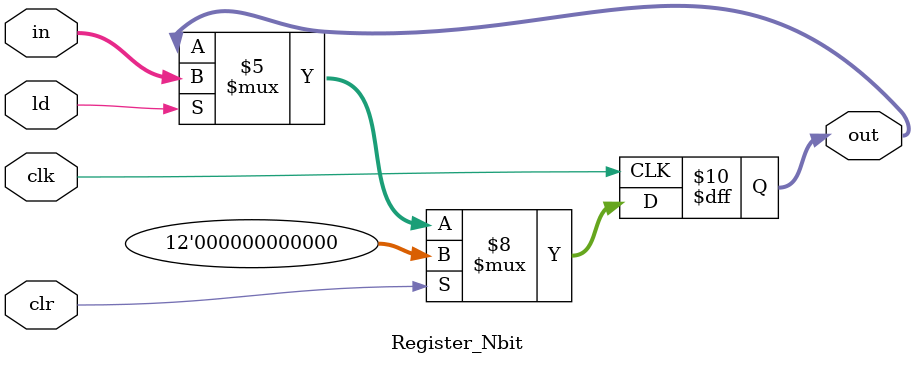
<source format=v>
`timescale 1ns / 1ps

module Register_Nbit(clk, ld, clr, in, out);
    parameter N = 12;

    input clk, ld, clr;
    input [N - 1: 0] in;
    output reg [N - 1: 0] out;
    
    always @(posedge clk) begin
        if (clr == 1) begin
            out <= 0;
        end
        else if (ld == 1) begin
            out <= in;
        end
        else begin
            out <= out;
        end
    end
endmodule

</source>
